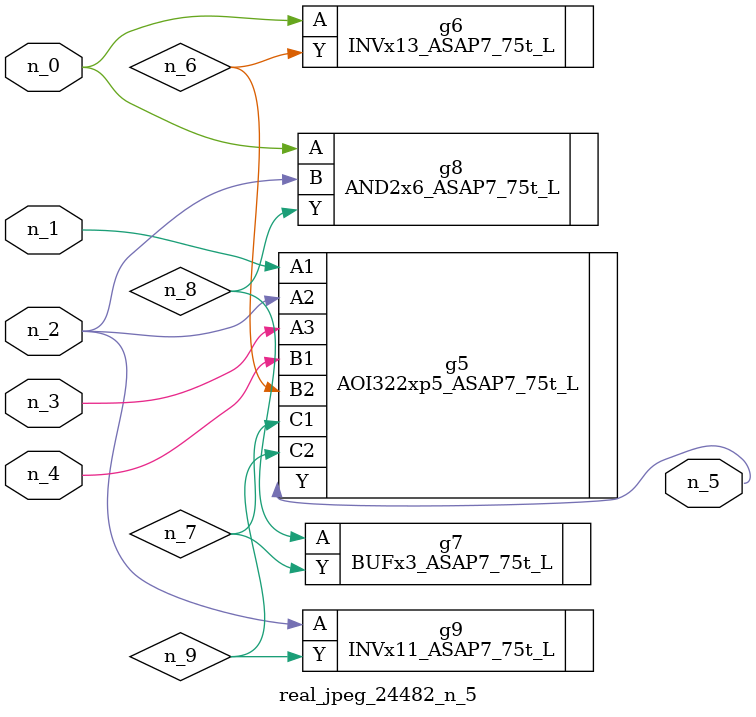
<source format=v>
module real_jpeg_24482_n_5 (n_4, n_0, n_1, n_2, n_3, n_5);

input n_4;
input n_0;
input n_1;
input n_2;
input n_3;

output n_5;

wire n_8;
wire n_6;
wire n_7;
wire n_9;

INVx13_ASAP7_75t_L g6 ( 
.A(n_0),
.Y(n_6)
);

AND2x6_ASAP7_75t_L g8 ( 
.A(n_0),
.B(n_2),
.Y(n_8)
);

AOI322xp5_ASAP7_75t_L g5 ( 
.A1(n_1),
.A2(n_2),
.A3(n_3),
.B1(n_4),
.B2(n_6),
.C1(n_7),
.C2(n_9),
.Y(n_5)
);

INVx11_ASAP7_75t_L g9 ( 
.A(n_2),
.Y(n_9)
);

BUFx3_ASAP7_75t_L g7 ( 
.A(n_8),
.Y(n_7)
);


endmodule
</source>
